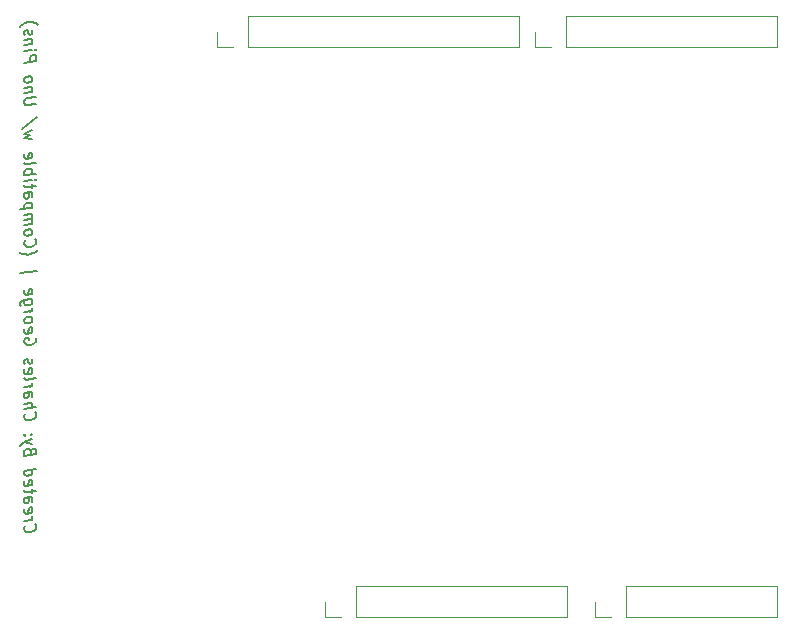
<source format=gbo>
%TF.GenerationSoftware,KiCad,Pcbnew,(6.0.10-0)*%
%TF.CreationDate,2023-01-25T21:57:08-05:00*%
%TF.ProjectId,AWB-0412_HeroShield,4157422d-3034-4313-925f-4865726f5368,rev?*%
%TF.SameCoordinates,Original*%
%TF.FileFunction,Legend,Bot*%
%TF.FilePolarity,Positive*%
%FSLAX46Y46*%
G04 Gerber Fmt 4.6, Leading zero omitted, Abs format (unit mm)*
G04 Created by KiCad (PCBNEW (6.0.10-0)) date 2023-01-25 21:57:08*
%MOMM*%
%LPD*%
G01*
G04 APERTURE LIST*
%ADD10C,0.150000*%
%ADD11C,0.120000*%
%ADD12O,3.048000X1.850000*%
%ADD13C,1.600000*%
%ADD14O,1.600000X1.600000*%
%ADD15C,3.200000*%
%ADD16R,1.600000X1.600000*%
%ADD17R,1.070000X1.800000*%
%ADD18O,1.070000X1.800000*%
%ADD19R,1.727200X1.727200*%
%ADD20O,1.727200X1.727200*%
%ADD21R,1.700000X1.700000*%
%ADD22O,1.700000X1.700000*%
G04 APERTURE END LIST*
D10*
X101242857Y-91025119D02*
X101195238Y-91078690D01*
X101147619Y-91227500D01*
X101147619Y-91322738D01*
X101195238Y-91459642D01*
X101290476Y-91542976D01*
X101385714Y-91578690D01*
X101576190Y-91602500D01*
X101719047Y-91584642D01*
X101909523Y-91513214D01*
X102004761Y-91453690D01*
X102100000Y-91346547D01*
X102147619Y-91197738D01*
X102147619Y-91102500D01*
X102100000Y-90965595D01*
X102052380Y-90923928D01*
X101147619Y-90608452D02*
X101814285Y-90525119D01*
X101623809Y-90548928D02*
X101719047Y-90489404D01*
X101766666Y-90435833D01*
X101814285Y-90334642D01*
X101814285Y-90239404D01*
X101195238Y-89602500D02*
X101147619Y-89703690D01*
X101147619Y-89894166D01*
X101195238Y-89983452D01*
X101290476Y-90019166D01*
X101671428Y-89971547D01*
X101766666Y-89912023D01*
X101814285Y-89810833D01*
X101814285Y-89620357D01*
X101766666Y-89531071D01*
X101671428Y-89495357D01*
X101576190Y-89507261D01*
X101480952Y-89995357D01*
X101147619Y-88703690D02*
X101671428Y-88638214D01*
X101766666Y-88673928D01*
X101814285Y-88763214D01*
X101814285Y-88953690D01*
X101766666Y-89054880D01*
X101195238Y-88697738D02*
X101147619Y-88798928D01*
X101147619Y-89037023D01*
X101195238Y-89126309D01*
X101290476Y-89162023D01*
X101385714Y-89150119D01*
X101480952Y-89090595D01*
X101528571Y-88989404D01*
X101528571Y-88751309D01*
X101576190Y-88650119D01*
X101814285Y-88287023D02*
X101814285Y-87906071D01*
X102147619Y-88102500D02*
X101290476Y-88209642D01*
X101195238Y-88173928D01*
X101147619Y-88084642D01*
X101147619Y-87989404D01*
X101195238Y-87269166D02*
X101147619Y-87370357D01*
X101147619Y-87560833D01*
X101195238Y-87650119D01*
X101290476Y-87685833D01*
X101671428Y-87638214D01*
X101766666Y-87578690D01*
X101814285Y-87477500D01*
X101814285Y-87287023D01*
X101766666Y-87197738D01*
X101671428Y-87162023D01*
X101576190Y-87173928D01*
X101480952Y-87662023D01*
X101147619Y-86370357D02*
X102147619Y-86245357D01*
X101195238Y-86364404D02*
X101147619Y-86465595D01*
X101147619Y-86656071D01*
X101195238Y-86745357D01*
X101242857Y-86787023D01*
X101338095Y-86822738D01*
X101623809Y-86787023D01*
X101719047Y-86727500D01*
X101766666Y-86673928D01*
X101814285Y-86572738D01*
X101814285Y-86382261D01*
X101766666Y-86292976D01*
X101671428Y-84733452D02*
X101623809Y-84596547D01*
X101576190Y-84554880D01*
X101480952Y-84519166D01*
X101338095Y-84537023D01*
X101242857Y-84596547D01*
X101195238Y-84650119D01*
X101147619Y-84751309D01*
X101147619Y-85132261D01*
X102147619Y-85007261D01*
X102147619Y-84673928D01*
X102100000Y-84584642D01*
X102052380Y-84542976D01*
X101957142Y-84507261D01*
X101861904Y-84519166D01*
X101766666Y-84578690D01*
X101719047Y-84632261D01*
X101671428Y-84733452D01*
X101671428Y-85066785D01*
X101814285Y-84144166D02*
X101147619Y-83989404D01*
X101814285Y-83667976D02*
X101147619Y-83989404D01*
X100909523Y-84114404D01*
X100861904Y-84167976D01*
X100814285Y-84269166D01*
X101242857Y-83358452D02*
X101195238Y-83316785D01*
X101147619Y-83370357D01*
X101195238Y-83412023D01*
X101242857Y-83358452D01*
X101147619Y-83370357D01*
X101766666Y-83292976D02*
X101719047Y-83251309D01*
X101671428Y-83304880D01*
X101719047Y-83346547D01*
X101766666Y-83292976D01*
X101671428Y-83304880D01*
X101242857Y-81548928D02*
X101195238Y-81602500D01*
X101147619Y-81751309D01*
X101147619Y-81846547D01*
X101195238Y-81983452D01*
X101290476Y-82066785D01*
X101385714Y-82102500D01*
X101576190Y-82126309D01*
X101719047Y-82108452D01*
X101909523Y-82037023D01*
X102004761Y-81977500D01*
X102100000Y-81870357D01*
X102147619Y-81721547D01*
X102147619Y-81626309D01*
X102100000Y-81489404D01*
X102052380Y-81447738D01*
X101147619Y-81132261D02*
X102147619Y-81007261D01*
X101147619Y-80703690D02*
X101671428Y-80638214D01*
X101766666Y-80673928D01*
X101814285Y-80763214D01*
X101814285Y-80906071D01*
X101766666Y-81007261D01*
X101719047Y-81060833D01*
X101147619Y-79798928D02*
X101671428Y-79733452D01*
X101766666Y-79769166D01*
X101814285Y-79858452D01*
X101814285Y-80048928D01*
X101766666Y-80150119D01*
X101195238Y-79792976D02*
X101147619Y-79894166D01*
X101147619Y-80132261D01*
X101195238Y-80221547D01*
X101290476Y-80257261D01*
X101385714Y-80245357D01*
X101480952Y-80185833D01*
X101528571Y-80084642D01*
X101528571Y-79846547D01*
X101576190Y-79745357D01*
X101147619Y-79322738D02*
X101814285Y-79239404D01*
X101623809Y-79263214D02*
X101719047Y-79203690D01*
X101766666Y-79150119D01*
X101814285Y-79048928D01*
X101814285Y-78953690D01*
X101147619Y-78560833D02*
X101195238Y-78650119D01*
X101290476Y-78685833D01*
X102147619Y-78578690D01*
X101195238Y-77792976D02*
X101147619Y-77894166D01*
X101147619Y-78084642D01*
X101195238Y-78173928D01*
X101290476Y-78209642D01*
X101671428Y-78162023D01*
X101766666Y-78102500D01*
X101814285Y-78001309D01*
X101814285Y-77810833D01*
X101766666Y-77721547D01*
X101671428Y-77685833D01*
X101576190Y-77697738D01*
X101480952Y-78185833D01*
X101195238Y-77364404D02*
X101147619Y-77275119D01*
X101147619Y-77084642D01*
X101195238Y-76983452D01*
X101290476Y-76923928D01*
X101338095Y-76917976D01*
X101433333Y-76953690D01*
X101480952Y-77042976D01*
X101480952Y-77185833D01*
X101528571Y-77275119D01*
X101623809Y-77310833D01*
X101671428Y-77304880D01*
X101766666Y-77245357D01*
X101814285Y-77144166D01*
X101814285Y-77001309D01*
X101766666Y-76912023D01*
X102100000Y-75108452D02*
X102147619Y-75197738D01*
X102147619Y-75340595D01*
X102100000Y-75489404D01*
X102004761Y-75596547D01*
X101909523Y-75656071D01*
X101719047Y-75727500D01*
X101576190Y-75745357D01*
X101385714Y-75721547D01*
X101290476Y-75685833D01*
X101195238Y-75602500D01*
X101147619Y-75465595D01*
X101147619Y-75370357D01*
X101195238Y-75221547D01*
X101242857Y-75167976D01*
X101576190Y-75126309D01*
X101576190Y-75316785D01*
X101195238Y-74364404D02*
X101147619Y-74465595D01*
X101147619Y-74656071D01*
X101195238Y-74745357D01*
X101290476Y-74781071D01*
X101671428Y-74733452D01*
X101766666Y-74673928D01*
X101814285Y-74572738D01*
X101814285Y-74382261D01*
X101766666Y-74292976D01*
X101671428Y-74257261D01*
X101576190Y-74269166D01*
X101480952Y-74757261D01*
X101147619Y-73751309D02*
X101195238Y-73840595D01*
X101242857Y-73882261D01*
X101338095Y-73917976D01*
X101623809Y-73882261D01*
X101719047Y-73822738D01*
X101766666Y-73769166D01*
X101814285Y-73667976D01*
X101814285Y-73525119D01*
X101766666Y-73435833D01*
X101719047Y-73394166D01*
X101623809Y-73358452D01*
X101338095Y-73394166D01*
X101242857Y-73453690D01*
X101195238Y-73507261D01*
X101147619Y-73608452D01*
X101147619Y-73751309D01*
X101147619Y-72989404D02*
X101814285Y-72906071D01*
X101623809Y-72929880D02*
X101719047Y-72870357D01*
X101766666Y-72816785D01*
X101814285Y-72715595D01*
X101814285Y-72620357D01*
X101814285Y-71858452D02*
X101004761Y-71959642D01*
X100909523Y-72019166D01*
X100861904Y-72072738D01*
X100814285Y-72173928D01*
X100814285Y-72316785D01*
X100861904Y-72406071D01*
X101195238Y-71935833D02*
X101147619Y-72037023D01*
X101147619Y-72227500D01*
X101195238Y-72316785D01*
X101242857Y-72358452D01*
X101338095Y-72394166D01*
X101623809Y-72358452D01*
X101719047Y-72298928D01*
X101766666Y-72245357D01*
X101814285Y-72144166D01*
X101814285Y-71953690D01*
X101766666Y-71864404D01*
X101195238Y-71078690D02*
X101147619Y-71179880D01*
X101147619Y-71370357D01*
X101195238Y-71459642D01*
X101290476Y-71495357D01*
X101671428Y-71447738D01*
X101766666Y-71388214D01*
X101814285Y-71287023D01*
X101814285Y-71096547D01*
X101766666Y-71007261D01*
X101671428Y-70971547D01*
X101576190Y-70983452D01*
X101480952Y-71471547D01*
X100814285Y-69650119D02*
X102242857Y-69471547D01*
X100766666Y-67894166D02*
X100814285Y-67935833D01*
X100957142Y-68013214D01*
X101052380Y-68048928D01*
X101195238Y-68078690D01*
X101433333Y-68096547D01*
X101623809Y-68072738D01*
X101861904Y-67995357D01*
X102004761Y-67929880D01*
X102100000Y-67870357D01*
X102242857Y-67757261D01*
X102290476Y-67703690D01*
X101242857Y-66882261D02*
X101195238Y-66935833D01*
X101147619Y-67084642D01*
X101147619Y-67179880D01*
X101195238Y-67316785D01*
X101290476Y-67400119D01*
X101385714Y-67435833D01*
X101576190Y-67459642D01*
X101719047Y-67441785D01*
X101909523Y-67370357D01*
X102004761Y-67310833D01*
X102100000Y-67203690D01*
X102147619Y-67054880D01*
X102147619Y-66959642D01*
X102100000Y-66822738D01*
X102052380Y-66781071D01*
X101147619Y-66322738D02*
X101195238Y-66412023D01*
X101242857Y-66453690D01*
X101338095Y-66489404D01*
X101623809Y-66453690D01*
X101719047Y-66394166D01*
X101766666Y-66340595D01*
X101814285Y-66239404D01*
X101814285Y-66096547D01*
X101766666Y-66007261D01*
X101719047Y-65965595D01*
X101623809Y-65929880D01*
X101338095Y-65965595D01*
X101242857Y-66025119D01*
X101195238Y-66078690D01*
X101147619Y-66179880D01*
X101147619Y-66322738D01*
X101147619Y-65560833D02*
X101814285Y-65477500D01*
X101719047Y-65489404D02*
X101766666Y-65435833D01*
X101814285Y-65334642D01*
X101814285Y-65191785D01*
X101766666Y-65102500D01*
X101671428Y-65066785D01*
X101147619Y-65132261D01*
X101671428Y-65066785D02*
X101766666Y-65007261D01*
X101814285Y-64906071D01*
X101814285Y-64763214D01*
X101766666Y-64673928D01*
X101671428Y-64638214D01*
X101147619Y-64703690D01*
X101814285Y-64144166D02*
X100814285Y-64269166D01*
X101766666Y-64150119D02*
X101814285Y-64048928D01*
X101814285Y-63858452D01*
X101766666Y-63769166D01*
X101719047Y-63727500D01*
X101623809Y-63691785D01*
X101338095Y-63727500D01*
X101242857Y-63787023D01*
X101195238Y-63840595D01*
X101147619Y-63941785D01*
X101147619Y-64132261D01*
X101195238Y-64221547D01*
X101147619Y-62894166D02*
X101671428Y-62828690D01*
X101766666Y-62864404D01*
X101814285Y-62953690D01*
X101814285Y-63144166D01*
X101766666Y-63245357D01*
X101195238Y-62888214D02*
X101147619Y-62989404D01*
X101147619Y-63227500D01*
X101195238Y-63316785D01*
X101290476Y-63352500D01*
X101385714Y-63340595D01*
X101480952Y-63281071D01*
X101528571Y-63179880D01*
X101528571Y-62941785D01*
X101576190Y-62840595D01*
X101814285Y-62477500D02*
X101814285Y-62096547D01*
X102147619Y-62292976D02*
X101290476Y-62400119D01*
X101195238Y-62364404D01*
X101147619Y-62275119D01*
X101147619Y-62179880D01*
X101147619Y-61846547D02*
X101814285Y-61763214D01*
X102147619Y-61721547D02*
X102100000Y-61775119D01*
X102052380Y-61733452D01*
X102100000Y-61679880D01*
X102147619Y-61721547D01*
X102052380Y-61733452D01*
X101147619Y-61370357D02*
X102147619Y-61245357D01*
X101766666Y-61292976D02*
X101814285Y-61191785D01*
X101814285Y-61001309D01*
X101766666Y-60912023D01*
X101719047Y-60870357D01*
X101623809Y-60834642D01*
X101338095Y-60870357D01*
X101242857Y-60929880D01*
X101195238Y-60983452D01*
X101147619Y-61084642D01*
X101147619Y-61275119D01*
X101195238Y-61364404D01*
X101147619Y-60322738D02*
X101195238Y-60412023D01*
X101290476Y-60447738D01*
X102147619Y-60340595D01*
X101195238Y-59554880D02*
X101147619Y-59656071D01*
X101147619Y-59846547D01*
X101195238Y-59935833D01*
X101290476Y-59971547D01*
X101671428Y-59923928D01*
X101766666Y-59864404D01*
X101814285Y-59763214D01*
X101814285Y-59572738D01*
X101766666Y-59483452D01*
X101671428Y-59447738D01*
X101576190Y-59459642D01*
X101480952Y-59947738D01*
X101814285Y-58334642D02*
X101147619Y-58227500D01*
X101623809Y-57977500D01*
X101147619Y-57846547D01*
X101814285Y-57572738D01*
X102195238Y-56429880D02*
X100909523Y-57447738D01*
X102147619Y-55340595D02*
X101338095Y-55441785D01*
X101242857Y-55406071D01*
X101195238Y-55364404D01*
X101147619Y-55275119D01*
X101147619Y-55084642D01*
X101195238Y-54983452D01*
X101242857Y-54929880D01*
X101338095Y-54870357D01*
X102147619Y-54769166D01*
X101814285Y-54334642D02*
X101147619Y-54417976D01*
X101719047Y-54346547D02*
X101766666Y-54292976D01*
X101814285Y-54191785D01*
X101814285Y-54048928D01*
X101766666Y-53959642D01*
X101671428Y-53923928D01*
X101147619Y-53989404D01*
X101147619Y-53370357D02*
X101195238Y-53459642D01*
X101242857Y-53501309D01*
X101338095Y-53537023D01*
X101623809Y-53501309D01*
X101719047Y-53441785D01*
X101766666Y-53388214D01*
X101814285Y-53287023D01*
X101814285Y-53144166D01*
X101766666Y-53054880D01*
X101719047Y-53013214D01*
X101623809Y-52977500D01*
X101338095Y-53013214D01*
X101242857Y-53072738D01*
X101195238Y-53126309D01*
X101147619Y-53227500D01*
X101147619Y-53370357D01*
X101147619Y-51846547D02*
X102147619Y-51721547D01*
X102147619Y-51340595D01*
X102100000Y-51251309D01*
X102052380Y-51209642D01*
X101957142Y-51173928D01*
X101814285Y-51191785D01*
X101719047Y-51251309D01*
X101671428Y-51304880D01*
X101623809Y-51406071D01*
X101623809Y-51787023D01*
X101147619Y-50846547D02*
X101814285Y-50763214D01*
X102147619Y-50721547D02*
X102100000Y-50775119D01*
X102052380Y-50733452D01*
X102100000Y-50679880D01*
X102147619Y-50721547D01*
X102052380Y-50733452D01*
X101814285Y-50287023D02*
X101147619Y-50370357D01*
X101719047Y-50298928D02*
X101766666Y-50245357D01*
X101814285Y-50144166D01*
X101814285Y-50001309D01*
X101766666Y-49912023D01*
X101671428Y-49876309D01*
X101147619Y-49941785D01*
X101195238Y-49507261D02*
X101147619Y-49417976D01*
X101147619Y-49227500D01*
X101195238Y-49126309D01*
X101290476Y-49066785D01*
X101338095Y-49060833D01*
X101433333Y-49096547D01*
X101480952Y-49185833D01*
X101480952Y-49328690D01*
X101528571Y-49417976D01*
X101623809Y-49453690D01*
X101671428Y-49447738D01*
X101766666Y-49388214D01*
X101814285Y-49287023D01*
X101814285Y-49144166D01*
X101766666Y-49054880D01*
X100766666Y-48798928D02*
X100814285Y-48745357D01*
X100957142Y-48632261D01*
X101052380Y-48572738D01*
X101195238Y-48507261D01*
X101433333Y-48429880D01*
X101623809Y-48406071D01*
X101861904Y-48423928D01*
X102004761Y-48453690D01*
X102100000Y-48489404D01*
X102242857Y-48566785D01*
X102290476Y-48608452D01*
D11*
%TO.C,J1*%
X147050000Y-96130000D02*
X147050000Y-98790000D01*
X129210000Y-98790000D02*
X147050000Y-98790000D01*
X129210000Y-96130000D02*
X129210000Y-98790000D01*
X126610000Y-97460000D02*
X126610000Y-98790000D01*
X126610000Y-98790000D02*
X127940000Y-98790000D01*
X129210000Y-96130000D02*
X147050000Y-96130000D01*
%TO.C,J3*%
X152070000Y-98790000D02*
X164830000Y-98790000D01*
X149470000Y-97460000D02*
X149470000Y-98790000D01*
X152070000Y-96130000D02*
X152070000Y-98790000D01*
X152070000Y-96130000D02*
X164830000Y-96130000D01*
X164830000Y-96130000D02*
X164830000Y-98790000D01*
X149470000Y-98790000D02*
X150800000Y-98790000D01*
%TO.C,J2*%
X142986000Y-47870000D02*
X142986000Y-50530000D01*
X120066000Y-47870000D02*
X142986000Y-47870000D01*
X117466000Y-50530000D02*
X118796000Y-50530000D01*
X117466000Y-49200000D02*
X117466000Y-50530000D01*
X120066000Y-50530000D02*
X142986000Y-50530000D01*
X120066000Y-47870000D02*
X120066000Y-50530000D01*
%TO.C,J4*%
X164830000Y-47870000D02*
X164830000Y-50530000D01*
X146990000Y-47870000D02*
X164830000Y-47870000D01*
X144390000Y-49200000D02*
X144390000Y-50530000D01*
X146990000Y-47870000D02*
X146990000Y-50530000D01*
X144390000Y-50530000D02*
X145720000Y-50530000D01*
X146990000Y-50530000D02*
X164830000Y-50530000D01*
%TD*%
%LPC*%
D12*
%TO.C,Btn1*%
X119160000Y-62420000D03*
X131660000Y-62420000D03*
X119160000Y-67420000D03*
X131660000Y-67420000D03*
%TD*%
D13*
%TO.C,220ohm*%
X107570000Y-62450000D03*
D14*
X107570000Y-54830000D03*
%TD*%
D13*
%TO.C,220ohm*%
X103570000Y-62450000D03*
D14*
X103570000Y-54830000D03*
%TD*%
D12*
%TO.C,Btn3*%
X131660000Y-79720000D03*
X119160000Y-79720000D03*
X119160000Y-84720000D03*
X131660000Y-84720000D03*
%TD*%
D15*
%TO.C,MH1*%
X115240000Y-49200000D03*
%TD*%
D16*
%TO.C,PrgmMode | RST*%
X102000000Y-94000000D03*
D14*
X102000000Y-96540000D03*
X109620000Y-96540000D03*
X109620000Y-94000000D03*
%TD*%
D13*
%TO.C,10ohm*%
X158547000Y-83970000D03*
D14*
X166167000Y-83970000D03*
%TD*%
D16*
%TO.C,Hero Passthrough*%
X118500000Y-94920000D03*
D13*
X121000000Y-94920000D03*
X123500000Y-94920000D03*
X118500000Y-98120000D03*
X121000000Y-98120000D03*
X123500000Y-98120000D03*
%TD*%
%TO.C,220ohm*%
X111190000Y-62450000D03*
D14*
X111190000Y-54830000D03*
%TD*%
D12*
%TO.C,Btn2*%
X141420000Y-62420000D03*
X153920000Y-62420000D03*
X153920000Y-67420000D03*
X141420000Y-67420000D03*
%TD*%
%TO.C,Btn4*%
X153920000Y-79720000D03*
X141420000Y-79720000D03*
X153920000Y-84720000D03*
X141420000Y-84720000D03*
%TD*%
D15*
%TO.C,MH2*%
X113970000Y-97460000D03*
%TD*%
D13*
%TO.C,10ohm*%
X158547000Y-71820000D03*
D14*
X166167000Y-71820000D03*
%TD*%
D17*
%TO.C,LED*%
X105110900Y-50280000D03*
D18*
X106380900Y-50280000D03*
X107650900Y-50280000D03*
X108920900Y-50280000D03*
%TD*%
D15*
%TO.C,MH3*%
X166040000Y-64440000D03*
%TD*%
%TO.C,MH4*%
X166040000Y-92380000D03*
%TD*%
D13*
%TO.C,10ohm*%
X158547000Y-75870000D03*
D14*
X166167000Y-75870000D03*
%TD*%
D19*
%TO.C,ESP8266 ESP-01*%
X103810000Y-86411000D03*
D20*
X103810000Y-83871000D03*
X106350000Y-86411000D03*
X106350000Y-83871000D03*
X108890000Y-86411000D03*
X108890000Y-83871000D03*
X111430000Y-86411000D03*
X111430000Y-83871000D03*
%TD*%
D13*
%TO.C,10ohm*%
X158547000Y-79920000D03*
D14*
X166167000Y-79920000D03*
%TD*%
D21*
%TO.C,J1*%
X127940000Y-97460000D03*
D22*
X130480000Y-97460000D03*
X133020000Y-97460000D03*
X135560000Y-97460000D03*
X138100000Y-97460000D03*
X140640000Y-97460000D03*
X143180000Y-97460000D03*
X145720000Y-97460000D03*
%TD*%
D21*
%TO.C,J3*%
X150800000Y-97460000D03*
D22*
X153340000Y-97460000D03*
X155880000Y-97460000D03*
X158420000Y-97460000D03*
X160960000Y-97460000D03*
X163500000Y-97460000D03*
%TD*%
D21*
%TO.C,J2*%
X118796000Y-49200000D03*
D22*
X121336000Y-49200000D03*
X123876000Y-49200000D03*
X126416000Y-49200000D03*
X128956000Y-49200000D03*
X131496000Y-49200000D03*
X134036000Y-49200000D03*
X136576000Y-49200000D03*
X139116000Y-49200000D03*
X141656000Y-49200000D03*
%TD*%
D21*
%TO.C,J4*%
X145720000Y-49200000D03*
D22*
X148260000Y-49200000D03*
X150800000Y-49200000D03*
X153340000Y-49200000D03*
X155880000Y-49200000D03*
X158420000Y-49200000D03*
X160960000Y-49200000D03*
X163500000Y-49200000D03*
%TD*%
M02*

</source>
